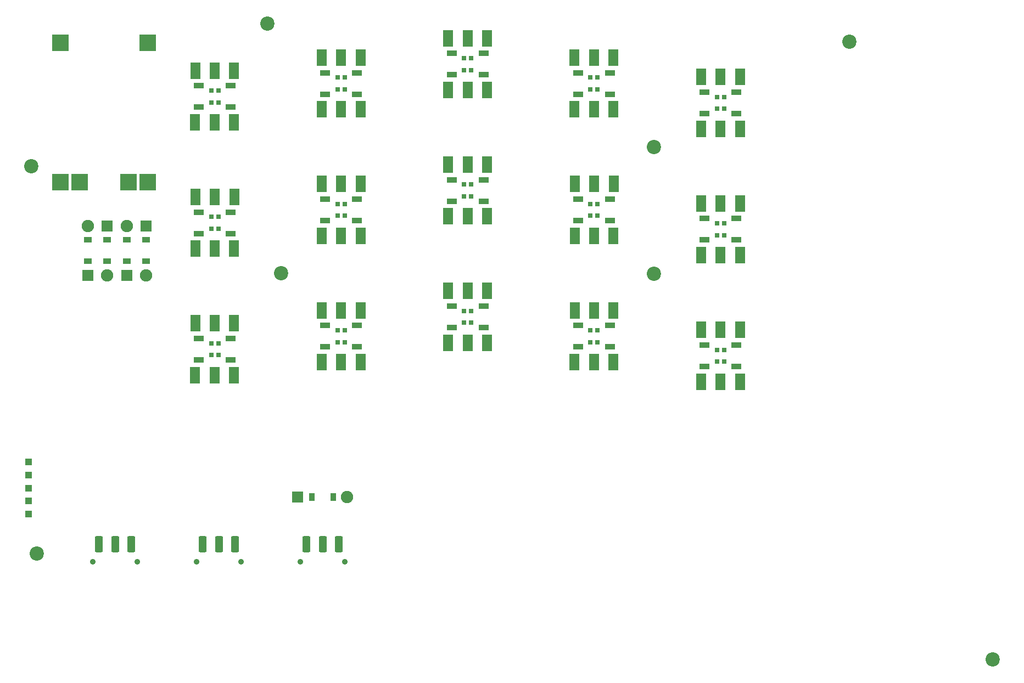
<source format=gbr>
%TF.GenerationSoftware,KiCad,Pcbnew,8.0.4+1*%
%TF.CreationDate,2024-08-17T00:02:36-04:00*%
%TF.ProjectId,iyada_baseplate,69796164-615f-4626-9173-65706c617465,rev?*%
%TF.SameCoordinates,Original*%
%TF.FileFunction,Soldermask,Top*%
%TF.FilePolarity,Negative*%
%FSLAX46Y46*%
G04 Gerber Fmt 4.6, Leading zero omitted, Abs format (unit mm)*
G04 Created by KiCad (PCBNEW 8.0.4+1) date 2024-08-17 00:02:36*
%MOMM*%
%LPD*%
G01*
G04 APERTURE LIST*
G04 Aperture macros list*
%AMRoundRect*
0 Rectangle with rounded corners*
0 $1 Rounding radius*
0 $2 $3 $4 $5 $6 $7 $8 $9 X,Y pos of 4 corners*
0 Add a 4 corners polygon primitive as box body*
4,1,4,$2,$3,$4,$5,$6,$7,$8,$9,$2,$3,0*
0 Add four circle primitives for the rounded corners*
1,1,$1+$1,$2,$3*
1,1,$1+$1,$4,$5*
1,1,$1+$1,$6,$7*
1,1,$1+$1,$8,$9*
0 Add four rect primitives between the rounded corners*
20,1,$1+$1,$2,$3,$4,$5,0*
20,1,$1+$1,$4,$5,$6,$7,0*
20,1,$1+$1,$6,$7,$8,$9,0*
20,1,$1+$1,$8,$9,$2,$3,0*%
G04 Aperture macros list end*
%ADD10R,1.500000X2.500000*%
%ADD11R,1.500000X0.900000*%
%ADD12R,0.700000X0.700000*%
%ADD13C,2.200000*%
%ADD14R,1.000000X1.000000*%
%ADD15C,0.900000*%
%ADD16RoundRect,0.250000X-0.375000X-1.000000X0.375000X-1.000000X0.375000X1.000000X-0.375000X1.000000X0*%
%ADD17R,1.778000X1.778000*%
%ADD18R,1.200000X0.900000*%
%ADD19C,1.905000*%
%ADD20R,2.500000X2.500000*%
%ADD21R,0.900000X1.200000*%
G04 APERTURE END LIST*
D10*
%TO.C,*%
X97556000Y-81743000D03*
%TD*%
%TO.C,*%
X136546000Y-68748000D03*
%TD*%
%TO.C,*%
X120046000Y-79748000D03*
%TD*%
%TO.C,*%
X159036000Y-99250000D03*
%TD*%
D11*
%TO.C,REF\u002A\u002A*%
X141991000Y-74399000D03*
X141991000Y-71099000D03*
X137091000Y-71099000D03*
X137091000Y-74399000D03*
%TD*%
D10*
%TO.C,*%
X123026000Y-91250000D03*
%TD*%
D12*
%TO.C,REF\u002A\u002A*%
X138991000Y-73664000D03*
X140091000Y-73664000D03*
X140091000Y-71834000D03*
X138991000Y-71834000D03*
%TD*%
D10*
%TO.C,*%
X120036000Y-60250000D03*
%TD*%
%TO.C,*%
X162041000Y-79748000D03*
%TD*%
%TO.C,*%
X175546000Y-74748000D03*
%TD*%
D12*
%TO.C,REF\u002A\u002A*%
X179091000Y-97339000D03*
X177991000Y-97339000D03*
X177991000Y-99169000D03*
X179091000Y-99169000D03*
%TD*%
D10*
%TO.C,*%
X175556000Y-82743000D03*
%TD*%
%TO.C,*%
X181551000Y-74753000D03*
%TD*%
%TO.C,*%
X120046000Y-71748000D03*
%TD*%
%TO.C,*%
X120036000Y-99245000D03*
%TD*%
%TO.C,*%
X159046000Y-71748000D03*
%TD*%
%TO.C,*%
X120046000Y-71748000D03*
%TD*%
D12*
%TO.C,REF\u002A\u002A*%
X140090000Y-52334000D03*
X138990000Y-52334000D03*
X138990000Y-54164000D03*
X140090000Y-54164000D03*
%TD*%
D13*
%TO.C,CiHole1*%
X168310000Y-85640000D03*
%TD*%
D11*
%TO.C,REF\u002A\u002A*%
X102991000Y-79399000D03*
X102991000Y-76099000D03*
X98091000Y-76099000D03*
X98091000Y-79399000D03*
%TD*%
%TO.C,REF\u002A\u002A*%
X117591000Y-93594000D03*
X117591000Y-96894000D03*
X122491000Y-96894000D03*
X122491000Y-93594000D03*
%TD*%
%TO.C,REF\u002A\u002A*%
X117591000Y-54599000D03*
X117591000Y-57899000D03*
X122491000Y-57899000D03*
X122491000Y-54599000D03*
%TD*%
D12*
%TO.C,REF\u002A\u002A*%
X140091000Y-91334000D03*
X138991000Y-91334000D03*
X138991000Y-93164000D03*
X140091000Y-93164000D03*
%TD*%
D10*
%TO.C,*%
X162051000Y-71753000D03*
%TD*%
%TO.C,*%
X181536000Y-102255000D03*
%TD*%
%TO.C,*%
X159036000Y-91250000D03*
%TD*%
%TO.C,*%
X181526000Y-55255000D03*
%TD*%
%TO.C,*%
X142536000Y-96250000D03*
%TD*%
%TO.C,*%
X139535000Y-49250000D03*
%TD*%
%TO.C,*%
X181541000Y-82748000D03*
%TD*%
%TO.C,*%
X156026000Y-60240000D03*
%TD*%
D14*
%TO.C,REF\u002A\u002A*%
X71855000Y-120675000D03*
%TD*%
D10*
%TO.C,*%
X178536000Y-94255000D03*
%TD*%
%TO.C,*%
X142551000Y-68753000D03*
%TD*%
D11*
%TO.C,REF\u002A\u002A*%
X98091000Y-56599000D03*
X98091000Y-59899000D03*
X102991000Y-59899000D03*
X102991000Y-56599000D03*
%TD*%
D10*
%TO.C,*%
X181536000Y-102255000D03*
%TD*%
D12*
%TO.C,REF\u002A\u002A*%
X159591000Y-94334000D03*
X158491000Y-94334000D03*
X158491000Y-96164000D03*
X159591000Y-96164000D03*
%TD*%
D10*
%TO.C,*%
X142526000Y-88255000D03*
%TD*%
D12*
%TO.C,REF\u002A\u002A*%
X177991000Y-79664000D03*
X179091000Y-79664000D03*
X179091000Y-77834000D03*
X177991000Y-77834000D03*
%TD*%
D10*
%TO.C,*%
X178546000Y-82748000D03*
%TD*%
%TO.C,*%
X136540000Y-49250000D03*
%TD*%
D11*
%TO.C,REF\u002A\u002A*%
X137090000Y-51599000D03*
X137090000Y-54899000D03*
X141990000Y-54899000D03*
X141990000Y-51599000D03*
%TD*%
%TO.C,REF\u002A\u002A*%
X156586000Y-54594000D03*
X156586000Y-57894000D03*
X161486000Y-57894000D03*
X161486000Y-54594000D03*
%TD*%
D10*
%TO.C,*%
X178536000Y-63250000D03*
%TD*%
D11*
%TO.C,REF\u002A\u002A*%
X156591000Y-93599000D03*
X156591000Y-96899000D03*
X161491000Y-96899000D03*
X161491000Y-93599000D03*
%TD*%
D10*
%TO.C,*%
X175541000Y-55250000D03*
%TD*%
%TO.C,*%
X123041000Y-79748000D03*
%TD*%
%TO.C,*%
X136556000Y-76743000D03*
%TD*%
%TO.C,*%
X175546000Y-74748000D03*
%TD*%
%TO.C,*%
X103541000Y-81748000D03*
%TD*%
%TO.C,*%
X139546000Y-68748000D03*
%TD*%
%TO.C,*%
X142525000Y-49255000D03*
%TD*%
D11*
%TO.C,REF\u002A\u002A*%
X156591000Y-93599000D03*
X156591000Y-96899000D03*
X161491000Y-96899000D03*
X161491000Y-93599000D03*
%TD*%
D13*
%TO.C,CiHole1*%
X220530000Y-145160000D03*
%TD*%
D10*
%TO.C,*%
X142535000Y-57250000D03*
%TD*%
%TO.C,*%
X139536000Y-96250000D03*
%TD*%
%TO.C,*%
X97541000Y-54250000D03*
%TD*%
%TO.C,*%
X162051000Y-71753000D03*
%TD*%
%TO.C,*%
X103536000Y-101250000D03*
%TD*%
%TO.C,*%
X117041000Y-52250000D03*
%TD*%
%TO.C,*%
X97541000Y-93250000D03*
%TD*%
%TO.C,*%
X103536000Y-62250000D03*
%TD*%
%TO.C,*%
X97531000Y-101245000D03*
%TD*%
%TO.C,*%
X103526000Y-54255000D03*
%TD*%
%TO.C,*%
X120046000Y-71748000D03*
%TD*%
%TO.C,*%
X159031000Y-60245000D03*
%TD*%
D11*
%TO.C,REF\u002A\u002A*%
X176091000Y-96604000D03*
X176091000Y-99904000D03*
X180991000Y-99904000D03*
X180991000Y-96604000D03*
%TD*%
D10*
%TO.C,*%
X156046000Y-71748000D03*
%TD*%
%TO.C,*%
X97546000Y-73748000D03*
%TD*%
D14*
%TO.C,REF\u002A\u002A*%
X71855000Y-122675000D03*
%TD*%
D15*
%TO.C,REF\u002A\u002A*%
X97780000Y-130070000D03*
X104580000Y-130070000D03*
D16*
X98680000Y-127320000D03*
X101180000Y-127320000D03*
X103680000Y-127320000D03*
%TD*%
D10*
%TO.C,*%
X142541000Y-76748000D03*
%TD*%
%TO.C,*%
X175531000Y-63245000D03*
%TD*%
%TO.C,*%
X136540000Y-49250000D03*
%TD*%
%TO.C,*%
X142535000Y-57250000D03*
%TD*%
%TO.C,*%
X103551000Y-73753000D03*
%TD*%
%TO.C,*%
X156026000Y-60240000D03*
%TD*%
D12*
%TO.C,REF\u002A\u002A*%
X159591000Y-94334000D03*
X158491000Y-94334000D03*
X158491000Y-96164000D03*
X159591000Y-96164000D03*
%TD*%
D11*
%TO.C,REF\u002A\u002A*%
X122491000Y-77399000D03*
X122491000Y-74099000D03*
X117591000Y-74099000D03*
X117591000Y-77399000D03*
%TD*%
D13*
%TO.C,CiHole1*%
X198440000Y-49770000D03*
%TD*%
D10*
%TO.C,*%
X103551000Y-73753000D03*
%TD*%
%TO.C,*%
X139535000Y-57250000D03*
%TD*%
%TO.C,*%
X117046000Y-71748000D03*
%TD*%
%TO.C,*%
X142526000Y-88255000D03*
%TD*%
%TO.C,*%
X100536000Y-54250000D03*
%TD*%
%TO.C,*%
X123051000Y-71753000D03*
%TD*%
D12*
%TO.C,REF\u002A\u002A*%
X140091000Y-91334000D03*
X138991000Y-91334000D03*
X138991000Y-93164000D03*
X140091000Y-93164000D03*
%TD*%
D10*
%TO.C,*%
X117031000Y-99240000D03*
%TD*%
D12*
%TO.C,REF\u002A\u002A*%
X120591000Y-55334000D03*
X119491000Y-55334000D03*
X119491000Y-57164000D03*
X120591000Y-57164000D03*
%TD*%
%TO.C,REF\u002A\u002A*%
X119491000Y-76664000D03*
X120591000Y-76664000D03*
X120591000Y-74834000D03*
X119491000Y-74834000D03*
%TD*%
D10*
%TO.C,*%
X97531000Y-62245000D03*
%TD*%
%TO.C,*%
X123036000Y-99245000D03*
%TD*%
D12*
%TO.C,REF\u002A\u002A*%
X101091000Y-57334000D03*
X99991000Y-57334000D03*
X99991000Y-59164000D03*
X101091000Y-59164000D03*
%TD*%
D10*
%TO.C,*%
X142551000Y-68753000D03*
%TD*%
D12*
%TO.C,REF\u002A\u002A*%
X158491000Y-76664000D03*
X159591000Y-76664000D03*
X159591000Y-74834000D03*
X158491000Y-74834000D03*
%TD*%
D10*
%TO.C,*%
X162041000Y-79748000D03*
%TD*%
%TO.C,*%
X156036000Y-52245000D03*
%TD*%
D11*
%TO.C,REF\u002A\u002A*%
X137090000Y-51599000D03*
X137090000Y-54899000D03*
X141990000Y-54899000D03*
X141990000Y-51599000D03*
%TD*%
D10*
%TO.C,*%
X120036000Y-91245000D03*
%TD*%
%TO.C,*%
X178536000Y-102255000D03*
%TD*%
%TO.C,*%
X159031000Y-52245000D03*
%TD*%
%TO.C,*%
X120036000Y-60250000D03*
%TD*%
%TO.C,*%
X142525000Y-49255000D03*
%TD*%
%TO.C,*%
X181526000Y-94260000D03*
%TD*%
D11*
%TO.C,REF\u002A\u002A*%
X156586000Y-54594000D03*
X156586000Y-57894000D03*
X161486000Y-57894000D03*
X161486000Y-54594000D03*
%TD*%
D10*
%TO.C,*%
X156046000Y-71748000D03*
%TD*%
%TO.C,*%
X97556000Y-81743000D03*
%TD*%
D15*
%TO.C,REF\u002A\u002A*%
X113780000Y-130070000D03*
X120580000Y-130070000D03*
D16*
X114680000Y-127320000D03*
X117180000Y-127320000D03*
X119680000Y-127320000D03*
%TD*%
D10*
%TO.C,*%
X156036000Y-52245000D03*
%TD*%
%TO.C,*%
X117041000Y-91245000D03*
%TD*%
%TO.C,*%
X123051000Y-71753000D03*
%TD*%
%TO.C,*%
X123051000Y-71753000D03*
%TD*%
%TO.C,*%
X159036000Y-91250000D03*
%TD*%
%TO.C,*%
X175531000Y-102250000D03*
%TD*%
%TO.C,*%
X97546000Y-73748000D03*
%TD*%
%TO.C,*%
X159046000Y-79748000D03*
%TD*%
D11*
%TO.C,REF\u002A\u002A*%
X98091000Y-56599000D03*
X98091000Y-59899000D03*
X102991000Y-59899000D03*
X102991000Y-56599000D03*
%TD*%
D10*
%TO.C,*%
X162026000Y-91255000D03*
%TD*%
%TO.C,*%
X156031000Y-99245000D03*
%TD*%
D12*
%TO.C,REF\u002A\u002A*%
X179091000Y-58334000D03*
X177991000Y-58334000D03*
X177991000Y-60164000D03*
X179091000Y-60164000D03*
%TD*%
%TO.C,REF\u002A\u002A*%
X120591000Y-94329000D03*
X119491000Y-94329000D03*
X119491000Y-96159000D03*
X120591000Y-96159000D03*
%TD*%
D10*
%TO.C,*%
X117046000Y-71748000D03*
%TD*%
%TO.C,*%
X162031000Y-60245000D03*
%TD*%
D11*
%TO.C,REF\u002A\u002A*%
X102991000Y-79399000D03*
X102991000Y-76099000D03*
X98091000Y-76099000D03*
X98091000Y-79399000D03*
%TD*%
D10*
%TO.C,*%
X120036000Y-52250000D03*
%TD*%
%TO.C,*%
X139546000Y-76748000D03*
%TD*%
D17*
%TO.C,D14*%
X80980000Y-85861750D03*
D18*
X80980000Y-83701750D03*
X80980000Y-80401750D03*
D19*
X80980000Y-78241750D03*
%TD*%
D10*
%TO.C,*%
X103526000Y-93255000D03*
%TD*%
%TO.C,*%
X97531000Y-62245000D03*
%TD*%
%TO.C,*%
X139536000Y-96250000D03*
%TD*%
D12*
%TO.C,REF\u002A\u002A*%
X119491000Y-76664000D03*
X120591000Y-76664000D03*
X120591000Y-74834000D03*
X119491000Y-74834000D03*
%TD*%
D10*
%TO.C,*%
X120046000Y-79748000D03*
%TD*%
%TO.C,*%
X181536000Y-63250000D03*
%TD*%
%TO.C,*%
X175541000Y-94255000D03*
%TD*%
D11*
%TO.C,REF\u002A\u002A*%
X141991000Y-74399000D03*
X141991000Y-71099000D03*
X137091000Y-71099000D03*
X137091000Y-74399000D03*
%TD*%
D10*
%TO.C,*%
X178546000Y-82748000D03*
%TD*%
%TO.C,*%
X159036000Y-99250000D03*
%TD*%
%TO.C,*%
X162021000Y-52250000D03*
%TD*%
D15*
%TO.C,REF\u002A\u002A*%
X81780000Y-130070000D03*
X88580000Y-130070000D03*
D16*
X82680000Y-127320000D03*
X85180000Y-127320000D03*
X87680000Y-127320000D03*
%TD*%
D20*
%TO.C,REF\u002A\u002A*%
X76710000Y-71430000D03*
%TD*%
D10*
%TO.C,*%
X117031000Y-99240000D03*
%TD*%
%TO.C,*%
X117056000Y-79743000D03*
%TD*%
%TO.C,*%
X175541000Y-94255000D03*
%TD*%
D11*
%TO.C,REF\u002A\u002A*%
X180991000Y-80399000D03*
X180991000Y-77099000D03*
X176091000Y-77099000D03*
X176091000Y-80399000D03*
%TD*%
D10*
%TO.C,*%
X159031000Y-60245000D03*
%TD*%
%TO.C,*%
X100546000Y-81748000D03*
%TD*%
D17*
%TO.C,D14*%
X89980000Y-78241750D03*
D18*
X89980000Y-80401750D03*
X89980000Y-83701750D03*
D19*
X89980000Y-85861750D03*
%TD*%
D10*
%TO.C,*%
X103526000Y-54255000D03*
%TD*%
%TO.C,*%
X120036000Y-52250000D03*
%TD*%
%TO.C,*%
X117041000Y-52250000D03*
%TD*%
%TO.C,*%
X178536000Y-102255000D03*
%TD*%
%TO.C,*%
X136546000Y-68748000D03*
%TD*%
%TO.C,*%
X136530000Y-57245000D03*
%TD*%
D14*
%TO.C,REF\u002A\u002A*%
X71855000Y-116675000D03*
%TD*%
D10*
%TO.C,*%
X139546000Y-76748000D03*
%TD*%
D12*
%TO.C,REF\u002A\u002A*%
X159586000Y-55329000D03*
X158486000Y-55329000D03*
X158486000Y-57159000D03*
X159586000Y-57159000D03*
%TD*%
%TO.C,REF\u002A\u002A*%
X179091000Y-58334000D03*
X177991000Y-58334000D03*
X177991000Y-60164000D03*
X179091000Y-60164000D03*
%TD*%
D11*
%TO.C,REF\u002A\u002A*%
X98091000Y-95599000D03*
X98091000Y-98899000D03*
X102991000Y-98899000D03*
X102991000Y-95599000D03*
%TD*%
%TO.C,REF\u002A\u002A*%
X122491000Y-77399000D03*
X122491000Y-74099000D03*
X117591000Y-74099000D03*
X117591000Y-77399000D03*
%TD*%
D10*
%TO.C,*%
X136541000Y-88250000D03*
%TD*%
D12*
%TO.C,REF\u002A\u002A*%
X120591000Y-94329000D03*
X119491000Y-94329000D03*
X119491000Y-96159000D03*
X120591000Y-96159000D03*
%TD*%
D10*
%TO.C,*%
X117056000Y-79743000D03*
%TD*%
D13*
%TO.C,CiHole1*%
X168310000Y-66090000D03*
%TD*%
D10*
%TO.C,*%
X136541000Y-88250000D03*
%TD*%
%TO.C,*%
X181536000Y-63250000D03*
%TD*%
%TO.C,*%
X97541000Y-54250000D03*
%TD*%
D11*
%TO.C,REF\u002A\u002A*%
X117591000Y-93594000D03*
X117591000Y-96894000D03*
X122491000Y-96894000D03*
X122491000Y-93594000D03*
%TD*%
%TO.C,REF\u002A\u002A*%
X137091000Y-90599000D03*
X137091000Y-93899000D03*
X141991000Y-93899000D03*
X141991000Y-90599000D03*
%TD*%
%TO.C,REF\u002A\u002A*%
X161491000Y-77399000D03*
X161491000Y-74099000D03*
X156591000Y-74099000D03*
X156591000Y-77399000D03*
%TD*%
D10*
%TO.C,*%
X139536000Y-88250000D03*
%TD*%
%TO.C,*%
X136556000Y-76743000D03*
%TD*%
%TO.C,*%
X162036000Y-99250000D03*
%TD*%
%TO.C,*%
X117046000Y-71748000D03*
%TD*%
%TO.C,*%
X117031000Y-60245000D03*
%TD*%
D11*
%TO.C,REF\u002A\u002A*%
X137091000Y-90599000D03*
X137091000Y-93899000D03*
X141991000Y-93899000D03*
X141991000Y-90599000D03*
%TD*%
%TO.C,REF\u002A\u002A*%
X180991000Y-80399000D03*
X180991000Y-77099000D03*
X176091000Y-77099000D03*
X176091000Y-80399000D03*
%TD*%
D10*
%TO.C,*%
X175541000Y-55250000D03*
%TD*%
%TO.C,*%
X178536000Y-94255000D03*
%TD*%
%TO.C,*%
X181526000Y-94260000D03*
%TD*%
D11*
%TO.C,REF\u002A\u002A*%
X117591000Y-54599000D03*
X117591000Y-57899000D03*
X122491000Y-57899000D03*
X122491000Y-54599000D03*
%TD*%
D10*
%TO.C,*%
X175531000Y-63245000D03*
%TD*%
%TO.C,*%
X103541000Y-81748000D03*
%TD*%
%TO.C,*%
X162026000Y-91255000D03*
%TD*%
D12*
%TO.C,REF\u002A\u002A*%
X138991000Y-73664000D03*
X140091000Y-73664000D03*
X140091000Y-71834000D03*
X138991000Y-71834000D03*
%TD*%
D20*
%TO.C,REF\u002A\u002A*%
X76710000Y-49940000D03*
%TD*%
D10*
%TO.C,*%
X123041000Y-79748000D03*
%TD*%
%TO.C,*%
X139546000Y-68748000D03*
%TD*%
%TO.C,*%
X159031000Y-52245000D03*
%TD*%
D11*
%TO.C,REF\u002A\u002A*%
X122491000Y-77399000D03*
X122491000Y-74099000D03*
X117591000Y-74099000D03*
X117591000Y-77399000D03*
%TD*%
D10*
%TO.C,*%
X139535000Y-49250000D03*
%TD*%
%TO.C,*%
X120036000Y-91245000D03*
%TD*%
D14*
%TO.C,REF\u002A\u002A*%
X71855000Y-114675000D03*
%TD*%
D10*
%TO.C,*%
X100536000Y-54250000D03*
%TD*%
%TO.C,*%
X103536000Y-62250000D03*
%TD*%
%TO.C,*%
X162021000Y-52250000D03*
%TD*%
%TO.C,*%
X117041000Y-91245000D03*
%TD*%
%TO.C,*%
X181526000Y-55255000D03*
%TD*%
%TO.C,*%
X100536000Y-62250000D03*
%TD*%
%TO.C,*%
X123036000Y-60250000D03*
%TD*%
%TO.C,*%
X123036000Y-99245000D03*
%TD*%
%TO.C,*%
X175556000Y-82743000D03*
%TD*%
%TO.C,*%
X159046000Y-79748000D03*
%TD*%
%TO.C,*%
X120036000Y-99245000D03*
%TD*%
%TO.C,*%
X159046000Y-71748000D03*
%TD*%
D11*
%TO.C,REF\u002A\u002A*%
X176091000Y-57599000D03*
X176091000Y-60899000D03*
X180991000Y-60899000D03*
X180991000Y-57599000D03*
%TD*%
D12*
%TO.C,REF\u002A\u002A*%
X158491000Y-76664000D03*
X159591000Y-76664000D03*
X159591000Y-74834000D03*
X158491000Y-74834000D03*
%TD*%
D10*
%TO.C,*%
X181541000Y-82748000D03*
%TD*%
%TO.C,*%
X100536000Y-93250000D03*
%TD*%
%TO.C,*%
X100546000Y-73748000D03*
%TD*%
%TO.C,*%
X139536000Y-88250000D03*
%TD*%
D12*
%TO.C,REF\u002A\u002A*%
X101091000Y-96334000D03*
X99991000Y-96334000D03*
X99991000Y-98164000D03*
X101091000Y-98164000D03*
%TD*%
D20*
%TO.C,REF\u002A\u002A*%
X90210000Y-71430000D03*
%TD*%
D13*
%TO.C,CiHole1*%
X108670000Y-46970000D03*
%TD*%
D10*
%TO.C,*%
X175531000Y-102250000D03*
%TD*%
D14*
%TO.C,REF\u002A\u002A*%
X71855000Y-118675000D03*
%TD*%
D13*
%TO.C,CiHole1*%
X73100000Y-128770000D03*
%TD*%
D12*
%TO.C,REF\u002A\u002A*%
X120591000Y-55334000D03*
X119491000Y-55334000D03*
X119491000Y-57164000D03*
X120591000Y-57164000D03*
%TD*%
D17*
%TO.C,D14*%
X83980000Y-78210000D03*
D18*
X83980000Y-80370000D03*
X83980000Y-83670000D03*
D19*
X83980000Y-85830000D03*
%TD*%
D20*
%TO.C,REF\u002A\u002A*%
X79715000Y-71430000D03*
%TD*%
D13*
%TO.C,CiHole1*%
X72295000Y-68985000D03*
%TD*%
D10*
%TO.C,*%
X156041000Y-91250000D03*
%TD*%
%TO.C,*%
X100546000Y-73748000D03*
%TD*%
%TO.C,*%
X100536000Y-62250000D03*
%TD*%
%TO.C,*%
X123026000Y-52255000D03*
%TD*%
D12*
%TO.C,REF\u002A\u002A*%
X179091000Y-97339000D03*
X177991000Y-97339000D03*
X177991000Y-99169000D03*
X179091000Y-99169000D03*
%TD*%
D10*
%TO.C,*%
X142536000Y-96250000D03*
%TD*%
%TO.C,*%
X136531000Y-96245000D03*
%TD*%
%TO.C,*%
X123036000Y-60250000D03*
%TD*%
%TO.C,*%
X162036000Y-99250000D03*
%TD*%
D12*
%TO.C,REF\u002A\u002A*%
X99991000Y-78664000D03*
X101091000Y-78664000D03*
X101091000Y-76834000D03*
X99991000Y-76834000D03*
%TD*%
D10*
%TO.C,*%
X136530000Y-57245000D03*
%TD*%
%TO.C,*%
X156041000Y-91250000D03*
%TD*%
%TO.C,*%
X136531000Y-96245000D03*
%TD*%
%TO.C,*%
X100546000Y-81748000D03*
%TD*%
D11*
%TO.C,REF\u002A\u002A*%
X176091000Y-57599000D03*
X176091000Y-60899000D03*
X180991000Y-60899000D03*
X180991000Y-57599000D03*
%TD*%
D20*
%TO.C,REF\u002A\u002A*%
X87205000Y-71430000D03*
%TD*%
D17*
%TO.C,D14*%
X113338250Y-120070000D03*
D21*
X115498250Y-120070000D03*
X118798250Y-120070000D03*
D19*
X120958250Y-120070000D03*
%TD*%
D10*
%TO.C,*%
X181551000Y-74753000D03*
%TD*%
D12*
%TO.C,REF\u002A\u002A*%
X140090000Y-52334000D03*
X138990000Y-52334000D03*
X138990000Y-54164000D03*
X140090000Y-54164000D03*
%TD*%
D10*
%TO.C,*%
X162031000Y-60245000D03*
%TD*%
%TO.C,*%
X156031000Y-99245000D03*
%TD*%
%TO.C,*%
X178536000Y-63250000D03*
%TD*%
D17*
%TO.C,D14*%
X86980000Y-85861750D03*
D18*
X86980000Y-83701750D03*
X86980000Y-80401750D03*
D19*
X86980000Y-78241750D03*
%TD*%
D12*
%TO.C,REF\u002A\u002A*%
X99991000Y-78664000D03*
X101091000Y-78664000D03*
X101091000Y-76834000D03*
X99991000Y-76834000D03*
%TD*%
D11*
%TO.C,REF\u002A\u002A*%
X176091000Y-96604000D03*
X176091000Y-99904000D03*
X180991000Y-99904000D03*
X180991000Y-96604000D03*
%TD*%
D13*
%TO.C,CiHole1*%
X110750000Y-85520000D03*
%TD*%
D10*
%TO.C,*%
X139535000Y-57250000D03*
%TD*%
%TO.C,*%
X100536000Y-101250000D03*
%TD*%
D12*
%TO.C,REF\u002A\u002A*%
X101091000Y-57334000D03*
X99991000Y-57334000D03*
X99991000Y-59164000D03*
X101091000Y-59164000D03*
%TD*%
D10*
%TO.C,*%
X156056000Y-79743000D03*
%TD*%
D20*
%TO.C,REF\u002A\u002A*%
X90210000Y-49940000D03*
%TD*%
D10*
%TO.C,*%
X117031000Y-60245000D03*
%TD*%
%TO.C,*%
X178536000Y-55250000D03*
%TD*%
%TO.C,*%
X123041000Y-79748000D03*
%TD*%
%TO.C,*%
X178536000Y-55250000D03*
%TD*%
%TO.C,*%
X123026000Y-91250000D03*
%TD*%
D12*
%TO.C,REF\u002A\u002A*%
X119491000Y-76664000D03*
X120591000Y-76664000D03*
X120591000Y-74834000D03*
X119491000Y-74834000D03*
%TD*%
%TO.C,REF\u002A\u002A*%
X177991000Y-79664000D03*
X179091000Y-79664000D03*
X179091000Y-77834000D03*
X177991000Y-77834000D03*
%TD*%
%TO.C,REF\u002A\u002A*%
X159586000Y-55329000D03*
X158486000Y-55329000D03*
X158486000Y-57159000D03*
X159586000Y-57159000D03*
%TD*%
D10*
%TO.C,*%
X142541000Y-76748000D03*
%TD*%
%TO.C,*%
X120046000Y-79748000D03*
%TD*%
%TO.C,*%
X156056000Y-79743000D03*
%TD*%
%TO.C,*%
X117056000Y-79743000D03*
%TD*%
%TO.C,*%
X178546000Y-74748000D03*
%TD*%
%TO.C,*%
X123026000Y-52255000D03*
%TD*%
%TO.C,*%
X178546000Y-74748000D03*
%TD*%
D15*
%TO.C,REF\u002A\u002A*%
X88580000Y-130070000D03*
X81780000Y-130070000D03*
%TD*%
%TO.C,REF\u002A\u002A*%
X120580000Y-130070000D03*
X113780000Y-130070000D03*
%TD*%
%TO.C,REF\u002A\u002A*%
X104580000Y-130070000D03*
X97780000Y-130070000D03*
%TD*%
M02*

</source>
